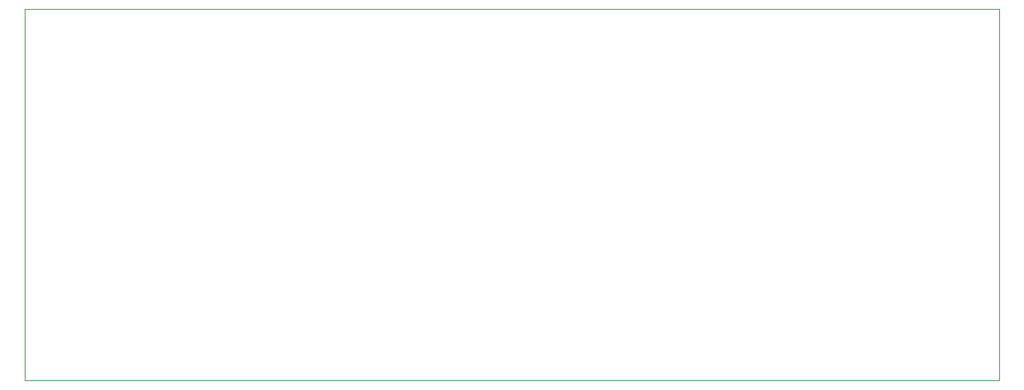
<source format=gbr>
G04 #@! TF.GenerationSoftware,KiCad,Pcbnew,(5.1.4-0-10_14)*
G04 #@! TF.CreationDate,2020-11-07T23:41:15-06:00*
G04 #@! TF.ProjectId,Eurorack_PSU,4575726f-7261-4636-9b5f-5053552e6b69,rev?*
G04 #@! TF.SameCoordinates,Original*
G04 #@! TF.FileFunction,Profile,NP*
%FSLAX46Y46*%
G04 Gerber Fmt 4.6, Leading zero omitted, Abs format (unit mm)*
G04 Created by KiCad (PCBNEW (5.1.4-0-10_14)) date 2020-11-07 23:41:15*
%MOMM*%
%LPD*%
G04 APERTURE LIST*
%ADD10C,0.050000*%
G04 APERTURE END LIST*
D10*
X99000000Y-86000000D02*
X99000000Y-128000000D01*
X99000000Y-128000000D02*
X209000000Y-128000000D01*
X209000000Y-86000000D02*
X209000000Y-128000000D01*
X99000000Y-86000000D02*
X209000000Y-86000000D01*
M02*

</source>
